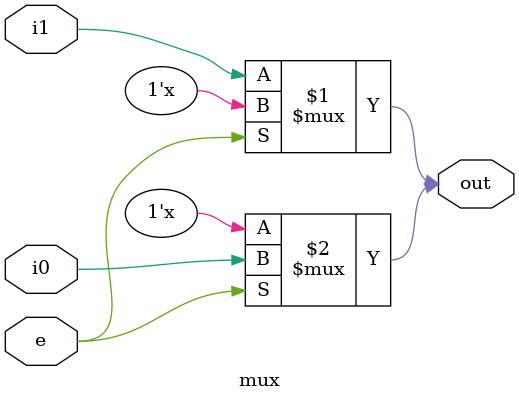
<source format=v>
`timescale 1ns / 1ps


module mux(
    input i0,i1,e,
    output out);
   
    bufif0(out,i1,e);
    bufif1(out,i0,e);
endmodule

</source>
